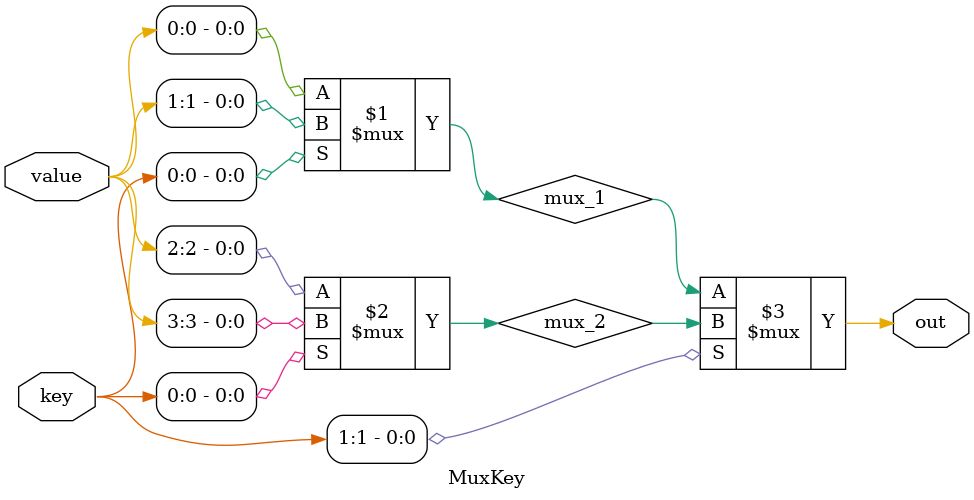
<source format=v>
`timescale 1ns / 1ps
/*
module MuxKey #(parameter NR_KEY = 2, parameter KEY_LEN = 1, parameter DATA_LEN = 1) (
    output [DATA_LEN-1:0] out,
    input [KEY_LEN-1:0] key,
    input [NR_KEY * (KEY_LEN + DATA_LEN) - 1:0] lut
);

    wire [KEY_LEN-1:0] keylist [NR_KEY-1:0];
    wire [DATA_LEN-1:0] datalist [NR_KEY-1:0];

    // 解析 LUT
    genvar i;
    generate
        for (i = 0; i < NR_KEY; i = i + 1) begin : parse_lut
            assign keylist[i] = lut[(i+1)*(KEY_LEN + DATA_LEN)-1 -: KEY_LEN];
            assign datalist[i] = lut[(i+1)*(KEY_LEN + DATA_LEN)-DATA_LEN-1 -: DATA_LEN];
        end
    endgenerate

    // Generate MUX logic using gates
    wire [NR_KEY-1:0] match;
    wire [DATA_LEN-1:0] mux_outputs [NR_KEY-1:0];

    genvar j;
    generate
        for (i = 0; i < NR_KEY; i = i + 1) begin : generate_mux
            // Compare key with key list
            assign match[i] = (key == keylist[i]);

            // If match, output the corresponding data
            for (j = 0; j < DATA_LEN; j = j + 1) begin : bit_select
                assign mux_outputs[i][j] = match[i] ? datalist[i][j] : 1'b0;
            end
        end
    endgenerate

    // OR all outputs to get the final output
    genvar k;
    generate
        for (k = 0; k < DATA_LEN; k = k + 1) begin : output_or
            wire [NR_KEY-1:0] out_bits;
            for (i = 0; i < NR_KEY; i = i + 1) begin : collect_bits
                assign out_bits[i] = mux_outputs[i][k];
            end
            assign out[k] = |out_bits;
        end
    endgenerate

endmodule
*/

module MuxKey (
    output out,
    input [1:0] key,
    input [3:0] value
);

    /*
    assign out =    (key == 2'b00) ? value[0] :
                    (key == 2'b01) ? value[1] :
                    (key == 2'b10) ? value[2] :
                    value[3];
    */
        
    wire mux_1, mux_2;
    assign mux_1 = key[0]   ?   value[1]    :   value[0];
    assign mux_2 = key[0]   ?   value[3]    :   value[2];
    assign out   = key[1]   ?   mux_2   :   mux_1;

endmodule

</source>
